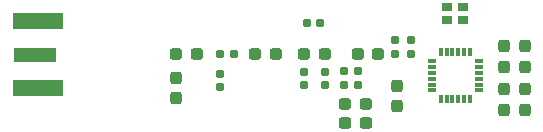
<source format=gbp>
G04 #@! TF.GenerationSoftware,KiCad,Pcbnew,7.0.11-2.fc39*
G04 #@! TF.CreationDate,2024-05-02T20:43:30+03:00*
G04 #@! TF.ProjectId,mainboard_v1.1,6d61696e-626f-4617-9264-5f76312e312e,rev?*
G04 #@! TF.SameCoordinates,Original*
G04 #@! TF.FileFunction,Paste,Bot*
G04 #@! TF.FilePolarity,Positive*
%FSLAX46Y46*%
G04 Gerber Fmt 4.6, Leading zero omitted, Abs format (unit mm)*
G04 Created by KiCad (PCBNEW 7.0.11-2.fc39) date 2024-05-02 20:43:30*
%MOMM*%
%LPD*%
G01*
G04 APERTURE LIST*
G04 Aperture macros list*
%AMRoundRect*
0 Rectangle with rounded corners*
0 $1 Rounding radius*
0 $2 $3 $4 $5 $6 $7 $8 $9 X,Y pos of 4 corners*
0 Add a 4 corners polygon primitive as box body*
4,1,4,$2,$3,$4,$5,$6,$7,$8,$9,$2,$3,0*
0 Add four circle primitives for the rounded corners*
1,1,$1+$1,$2,$3*
1,1,$1+$1,$4,$5*
1,1,$1+$1,$6,$7*
1,1,$1+$1,$8,$9*
0 Add four rect primitives between the rounded corners*
20,1,$1+$1,$2,$3,$4,$5,0*
20,1,$1+$1,$4,$5,$6,$7,0*
20,1,$1+$1,$6,$7,$8,$9,0*
20,1,$1+$1,$8,$9,$2,$3,0*%
G04 Aperture macros list end*
%ADD10RoundRect,0.237500X0.287500X0.237500X-0.287500X0.237500X-0.287500X-0.237500X0.287500X-0.237500X0*%
%ADD11RoundRect,0.237500X0.300000X0.237500X-0.300000X0.237500X-0.300000X-0.237500X0.300000X-0.237500X0*%
%ADD12RoundRect,0.237500X0.237500X-0.300000X0.237500X0.300000X-0.237500X0.300000X-0.237500X-0.300000X0*%
%ADD13RoundRect,0.155000X0.155000X-0.212500X0.155000X0.212500X-0.155000X0.212500X-0.155000X-0.212500X0*%
%ADD14RoundRect,0.155000X-0.155000X0.212500X-0.155000X-0.212500X0.155000X-0.212500X0.155000X0.212500X0*%
%ADD15RoundRect,0.237500X0.237500X-0.287500X0.237500X0.287500X-0.237500X0.287500X-0.237500X-0.287500X0*%
%ADD16RoundRect,0.155000X0.212500X0.155000X-0.212500X0.155000X-0.212500X-0.155000X0.212500X-0.155000X0*%
%ADD17R,0.300000X0.800000*%
%ADD18R,0.800000X0.300000*%
%ADD19RoundRect,0.237500X-0.237500X0.287500X-0.237500X-0.287500X0.237500X-0.287500X0.237500X0.287500X0*%
%ADD20R,3.600000X1.270000*%
%ADD21R,4.200000X1.350000*%
%ADD22RoundRect,0.237500X-0.237500X0.300000X-0.237500X-0.300000X0.237500X-0.300000X0.237500X0.300000X0*%
%ADD23R,0.850000X0.750000*%
G04 APERTURE END LIST*
D10*
X156385000Y-83190000D03*
X154635000Y-83190000D03*
D11*
X156362500Y-84830000D03*
X154637500Y-84830000D03*
D10*
X157441250Y-78941250D03*
X155691250Y-78941250D03*
X142061250Y-79001250D03*
X140311250Y-79001250D03*
X148741250Y-78951250D03*
X146991250Y-78951250D03*
D12*
X169826250Y-83686250D03*
X169826250Y-81961250D03*
D13*
X158876250Y-78948750D03*
X158876250Y-77813750D03*
D14*
X152896250Y-80473750D03*
X152896250Y-81608750D03*
D15*
X158986250Y-83398750D03*
X158986250Y-81648750D03*
D10*
X152871250Y-78951250D03*
X151121250Y-78951250D03*
D12*
X168046250Y-83686250D03*
X168046250Y-81961250D03*
D16*
X152503750Y-76341250D03*
X151368750Y-76341250D03*
X155683750Y-80421250D03*
X154548750Y-80421250D03*
X145193750Y-78961250D03*
X144058750Y-78961250D03*
D17*
X162706250Y-78803750D03*
X163206250Y-78803750D03*
X163706250Y-78803750D03*
X164206250Y-78803750D03*
X164706250Y-78803750D03*
X165206250Y-78803750D03*
D18*
X165956250Y-79553750D03*
X165956250Y-80053750D03*
X165956250Y-80553750D03*
X165956250Y-81053750D03*
X165956250Y-81553750D03*
X165956250Y-82053750D03*
D17*
X165206250Y-82803750D03*
X164706250Y-82803750D03*
X164206250Y-82803750D03*
X163706250Y-82803750D03*
X163206250Y-82803750D03*
X162706250Y-82803750D03*
D18*
X161956250Y-82053750D03*
X161956250Y-81553750D03*
X161956250Y-81053750D03*
X161956250Y-80553750D03*
X161956250Y-80053750D03*
X161956250Y-79553750D03*
D19*
X168066250Y-78328750D03*
X168066250Y-80078750D03*
D20*
X128392500Y-79040000D03*
D21*
X128592500Y-81865000D03*
X128592500Y-76215000D03*
D22*
X169826250Y-78323750D03*
X169826250Y-80048750D03*
D14*
X144046250Y-80633750D03*
X144046250Y-81768750D03*
D13*
X160196250Y-78948750D03*
X160196250Y-77813750D03*
D23*
X164571250Y-76068750D03*
X163221250Y-76068750D03*
X163221250Y-75018750D03*
X164571250Y-75018750D03*
D22*
X140316250Y-80968750D03*
X140316250Y-82693750D03*
D14*
X151106250Y-80473750D03*
X151106250Y-81608750D03*
D16*
X155683750Y-81631250D03*
X154548750Y-81631250D03*
M02*

</source>
